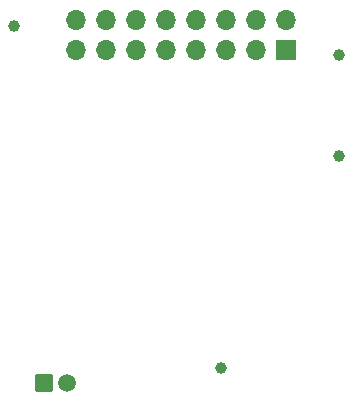
<source format=gbr>
%TF.GenerationSoftware,KiCad,Pcbnew,8.0.0*%
%TF.CreationDate,2024-03-24T23:23:49+02:00*%
%TF.ProjectId,Powersubsytem_GWNFRA001,506f7765-7273-4756-9273-7974656d5f47,rev?*%
%TF.SameCoordinates,Original*%
%TF.FileFunction,Soldermask,Bot*%
%TF.FilePolarity,Negative*%
%FSLAX46Y46*%
G04 Gerber Fmt 4.6, Leading zero omitted, Abs format (unit mm)*
G04 Created by KiCad (PCBNEW 8.0.0) date 2024-03-24 23:23:49*
%MOMM*%
%LPD*%
G01*
G04 APERTURE LIST*
G04 Aperture macros list*
%AMRoundRect*
0 Rectangle with rounded corners*
0 $1 Rounding radius*
0 $2 $3 $4 $5 $6 $7 $8 $9 X,Y pos of 4 corners*
0 Add a 4 corners polygon primitive as box body*
4,1,4,$2,$3,$4,$5,$6,$7,$8,$9,$2,$3,0*
0 Add four circle primitives for the rounded corners*
1,1,$1+$1,$2,$3*
1,1,$1+$1,$4,$5*
1,1,$1+$1,$6,$7*
1,1,$1+$1,$8,$9*
0 Add four rect primitives between the rounded corners*
20,1,$1+$1,$2,$3,$4,$5,0*
20,1,$1+$1,$4,$5,$6,$7,0*
20,1,$1+$1,$6,$7,$8,$9,0*
20,1,$1+$1,$8,$9,$2,$3,0*%
G04 Aperture macros list end*
%ADD10C,1.000000*%
%ADD11C,1.512000*%
%ADD12RoundRect,0.102000X-0.654000X-0.654000X0.654000X-0.654000X0.654000X0.654000X-0.654000X0.654000X0*%
%ADD13O,1.700000X1.700000*%
%ADD14R,1.700000X1.700000*%
G04 APERTURE END LIST*
D10*
%TO.C,TP4*%
X145500000Y-56000000D03*
%TD*%
%TO.C,TP3*%
X128000000Y-27000000D03*
%TD*%
%TO.C,TP2*%
X155500000Y-29500000D03*
%TD*%
%TO.C,TP1*%
X155500000Y-38000000D03*
%TD*%
D11*
%TO.C,J2*%
X132500000Y-57287500D03*
D12*
X130500000Y-57287500D03*
%TD*%
D13*
%TO.C,J3*%
X133220000Y-26500000D03*
X133220000Y-29040000D03*
X135760000Y-26500000D03*
X135760000Y-29040000D03*
X138300000Y-26500000D03*
X138300000Y-29040000D03*
X140840000Y-26500000D03*
X140840000Y-29040000D03*
X143380000Y-26500000D03*
X143380000Y-29040000D03*
X145920000Y-26500000D03*
X145920000Y-29040000D03*
X148460000Y-26500000D03*
X148460000Y-29040000D03*
X151000000Y-26500000D03*
D14*
X151000000Y-29040000D03*
%TD*%
M02*

</source>
